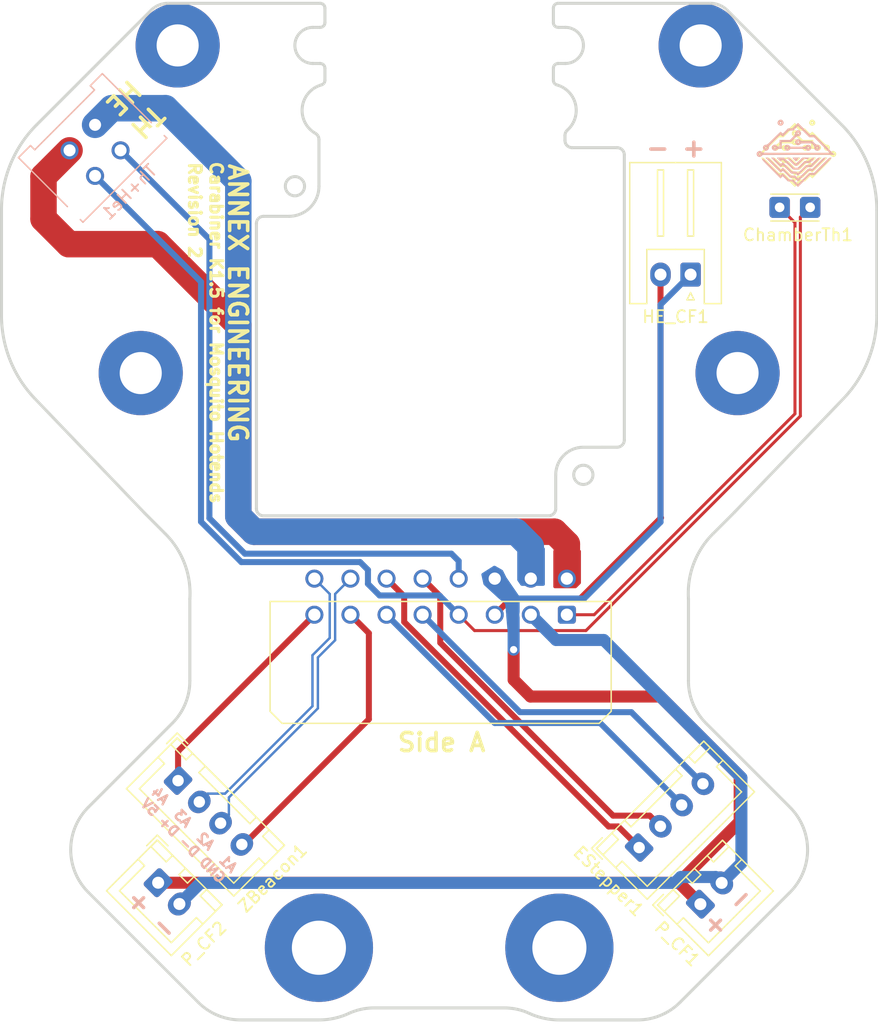
<source format=kicad_pcb>
(kicad_pcb (version 20211014) (generator pcbnew)
  (layers (0 "F.Cu" signal) (31 "B.Cu" signal) (34 "B.Paste" user) (35 "F.Paste" user) (36 "B.SilkS" user "B.Silkscreen") (37 "F.SilkS" user "F.Silkscreen") (38 "B.Mask" user) (39 "F.Mask" user) (44 "Edge.Cuts" user))
  (net 0 "")
  (net 1 "AltVolt")
  (net 2 "HotendFanGnd")
  (net 3 "ThChamber")
  (net 4 "PcFanGnd")
  (net 5 "ThCommonGnd")
  (net 6 "Stepper1A")
  (net 7 "Stepper1B")
  (net 8 "A1")
  (net 9 "A4")
  (net 10 "HotendVoltage")
  (net 11 "HotendNeg")
  (net 12 "ThHotend")
  (net 13 "Stepper2B")
  (net 14 "Stepper2A")
  (net 15 "A2-")
  (net 16 "A2+")
  (footprint "Connector_JST:JST_XH_B2B-XH-A_1x02_P2.50mm_Vertical" (layer "F.Cu") (at 38.735 104.775 -45)
    (fp_text reference "P_CF2" (at 6.286179 0.898026 225) (layer "F.SilkS"))
    (fp_text value "PcFan2")
    (pad "1" thru_hole roundrect (at 0 0 315) (size 1.7 2) (drill 1) (layers *.Cu *.Mask) (roundrect_rratio 0.1470588235) (net 1 "AltVolt"))
    (pad "2" thru_hole oval (at 2.5 0 315) (size 1.7 2) (drill 1) (layers *.Cu *.Mask) (net 4 "PcFanGnd"))
  )
  (footprint "Connector_JST:JST_XH_B4B-XH-A_1x04_P2.50mm_Vertical" (layer "F.Cu") (at 78.74 101.854 45)
    (fp_text reference "EStepper1" (at -3.771708 0.179605 135) (layer "F.SilkS"))
    (fp_text value "E-Stepper")
    (pad "1" thru_hole roundrect (at 0 0 45) (size 1.7 1.95) (drill 0.95) (layers *.Cu *.Mask) (roundrect_rratio 0.1470588235) (net 13 "Stepper2B"))
    (pad "2" thru_hole oval (at 2.5 0 45) (size 1.7 1.95) (drill 0.95) (layers *.Cu *.Mask) (net 14 "Stepper2A"))
    (pad "3" thru_hole oval (at 5 0 45) (size 1.7 1.95) (drill 0.95) (layers *.Cu *.Mask) (net 7 "Stepper1B"))
    (pad "4" thru_hole oval (at 7.5 0 45) (size 1.7 1.95) (drill 0.95) (layers *.Cu *.Mask) (net 6 "Stepper1A"))
  )
  (footprint "Connector_Molex:Molex_Micro-Fit_3.0_43045-1600_2x08_P3.00mm_Horizontal" (layer "F.Cu") (at 72.73 82.5 180)
    (fp_text reference "Carabiner_Input1" hide)
    (fp_text value "MF-Horizontal 43045-1621")
    (pad "" np_thru_hole circle locked (at 2.16 -4.32 180) (size 3 3) (drill 3) (layers *.Cu *.Mask))
    (pad "" np_thru_hole circle locked (at 18.86 -4.32 180) (size 3 3) (drill 3) (layers *.Cu *.Mask))
    (pad "1" thru_hole roundrect locked (at 0 0 180) (size 1.5 1.5) (drill 1.02) (layers *.Cu *.Mask) (roundrect_rratio 0.1666673333) (net 3 "ThChamber"))
    (pad "2" thru_hole circle locked (at 3 0 180) (size 1.5 1.5) (drill 1.02) (layers *.Cu *.Mask) (net 4 "PcFanGnd"))
    (pad "3" thru_hole circle locked (at 6 0 180) (size 1.5 1.5) (drill 1.02) (layers *.Cu *.Mask) (net 2 "HotendFanGnd"))
    (pad "4" thru_hole circle locked (at 9 0 180) (size 1.5 1.5) (drill 1.02) (layers *.Cu *.Mask) (net 5 "ThCommonGnd"))
    (pad "5" thru_hole circle locked (at 12 0 180) (size 1.5 1.5) (drill 1.02) (layers *.Cu *.Mask) (net 6 "Stepper1A"))
    (pad "6" thru_hole circle locked (at 15 0 180) (size 1.5 1.5) (drill 1.02) (layers *.Cu *.Mask) (net 7 "Stepper1B"))
    (pad "7" thru_hole circle locked (at 18 0 180) (size 1.5 1.5) (drill 1.02) (layers *.Cu *.Mask) (net 8 "A1"))
    (pad "8" thru_hole circle locked (at 21 0 180) (size 1.5 1.5) (drill 1.02) (layers *.Cu *.Mask) (net 9 "A4"))
    (pad "9" thru_hole circle locked (at 0 3 180) (size 1.5 1.5) (drill 1.02) (layers *.Cu *.Mask) (net 10 "HotendVoltage"))
    (pad "10" thru_hole circle locked (at 3 3 180) (size 1.5 1.5) (drill 1.02) (layers *.Cu *.Mask) (net 11 "HotendNeg"))
    (pad "11" thru_hole circle locked (at 6 3 180) (size 1.5 1.5) (drill 1.02) (layers *.Cu *.Mask) (net 1 "AltVolt"))
    (pad "12" thru_hole circle locked (at 9 3 180) (size 1.5 1.5) (drill 1.02) (layers *.Cu *.Mask) (net 12 "ThHotend"))
    (pad "13" thru_hole circle locked (at 12 3 180) (size 1.5 1.5) (drill 1.02) (layers *.Cu *.Mask) (net 14 "Stepper2A"))
    (pad "14" thru_hole circle locked (at 15 3 180) (size 1.5 1.5) (drill 1.02) (layers *.Cu *.Mask) (net 13 "Stepper2B"))
    (pad "15" thru_hole circle locked (at 18 3 180) (size 1.5 1.5) (drill 1.02) (layers *.Cu *.Mask) (net 15 "A2-"))
    (pad "16" thru_hole circle locked (at 21 3 180) (size 1.5 1.5) (drill 1.02) (layers *.Cu *.Mask) (net 16 "A2+"))
  )
  (footprint "Annex:0603_to_1206_THT" (layer "F.Cu") (at 91.694 48.641)
    (fp_text reference "ChamberTh1" (at 0.254 2.286) (layer "F.SilkS"))
    (fp_text value "Thermistor")
    (pad "1" thru_hole roundrect locked (at -1.27 0) (size 1.7 1.75) (drill 0.8) (layers *.Cu *.Mask) (roundrect_rratio 0.175) (net 3 "ThChamber"))
    (pad "2" thru_hole roundrect locked (at 1.27 0) (size 1.7 1.75) (drill 0.8) (layers *.Cu *.Mask) (roundrect_rratio 0.175) (net 5 "ThCommonGnd"))
  )
  (footprint "MountingHole:MountingHole_3.5mm_Pad" (layer "F.Cu") (at 37.287074 62.414644)
    (fp_text reference "H5" hide)
    (fp_text value "MountingHole")
    (pad "1" thru_hole circle (at 0 0) (size 7 7) (drill 3.5) (layers *.Cu *.Mask))
  )
  (footprint "MountingHole:MountingHole_4.5mm_Pad" (layer "F.Cu") (at 52.106522 110.180268)
    (fp_text reference "H1" hide)
    (fp_text value "MountingHole")
    (pad "1" thru_hole circle (at 0 0) (size 9 9) (drill 4.5) (layers *.Cu *.Mask))
  )
  (footprint "MountingHole:MountingHole_3.5mm_Pad" (layer "F.Cu") (at 86.92597 62.414644)
    (fp_text reference "H4" hide)
    (fp_text value "MountingHole")
    (pad "1" thru_hole circle (at 0 0) (size 7 7) (drill 3.5) (layers *.Cu *.Mask))
  )
  (footprint "MountingHole:MountingHole_3.5mm_Pad" (layer "F.Cu") (at 83.856522 35.180268)
    (fp_text reference "H3" hide)
    (fp_text value "MountingHole")
    (pad "1" thru_hole circle (at 0 0) (size 7 7) (drill 3.5) (layers *.Cu *.Mask))
  )
  (footprint "MountingHole:MountingHole_3.5mm_Pad" (layer "F.Cu") (at 40.356522 35.180268)
    (fp_text reference "H6" hide)
    (fp_text value "MountingHole")
    (pad "1" thru_hole circle (at 0 0) (size 7 7) (drill 3.5) (layers *.Cu *.Mask))
  )
  (footprint "Connector_JST:JST_XH_B4B-XH-A_1x04_P2.50mm_Vertical" (layer "F.Cu") (at 40.391581 96.291119 -45)
    (fp_text reference "ZBeacon1" (at 11.293415 0.16579 45) (layer "F.SilkS"))
    (fp_text value "Probe")
    (pad "1" thru_hole roundrect (at 0 0 315) (size 1.7 1.95) (drill 0.95) (layers *.Cu *.Mask) (roundrect_rratio 0.1470588235) (net 9 "A4"))
    (pad "2" thru_hole oval (at 2.5 0 315) (size 1.7 1.95) (drill 0.95) (layers *.Cu *.Mask) (net 16 "A2+"))
    (pad "3" thru_hole oval (at 5 0 315) (size 1.7 1.95) (drill 0.95) (layers *.Cu *.Mask) (net 15 "A2-"))
    (pad "4" thru_hole oval (at 7.5 0 315) (size 1.7 1.95) (drill 0.95) (layers *.Cu *.Mask) (net 8 "A1"))
  )
  (footprint "MountingHole:MountingHole_4.5mm_Pad" (layer "F.Cu") (at 72.106522 110.180268)
    (fp_text reference "H2" hide)
    (fp_text value "MountingHole")
    (pad "1" thru_hole circle (at 0 0) (size 9 9) (drill 4.5) (layers *.Cu *.Mask))
  )
  (footprint "Connector_JST:JST_XH_S2B-XH-A_1x02_P2.50mm_Horizontal" (layer "F.Cu") (at 83.018 54.229 180)
    (fp_text reference "HE_CF1" (at 1.25 -3.5) (layer "F.SilkS"))
    (fp_text value "HotendFan")
    (pad "1" thru_hole roundrect (at 0 0 180) (size 1.7 2) (drill 1) (layers *.Cu *.Mask) (roundrect_rratio 0.1470588235) (net 1 "AltVolt"))
    (pad "2" thru_hole oval (at 2.5 0 180) (size 1.7 2) (drill 1) (layers *.Cu *.Mask) (net 2 "HotendFanGnd"))
  )
  (footprint "Connector_JST:JST_XH_B2B-XH-A_1x02_P2.50mm_Vertical" (layer "F.Cu") (at 83.834886 106.557653 45)
    (fp_text reference "P_CF1" (at -3.689141 0.974012 135) (layer "F.SilkS"))
    (fp_text value "PcFan1")
    (pad "1" thru_hole roundrect (at 0 0 45) (size 1.7 2) (drill 1) (layers *.Cu *.Mask) (roundrect_rratio 0.1470588235) (net 1 "AltVolt"))
    (pad "2" thru_hole oval (at 2.5 0 45) (size 1.7 2) (drill 1) (layers *.Cu *.Mask) (net 4 "PcFanGnd"))
  )
  (footprint "ANNEX:AnnexLogoFSilk" (layer "F.Cu") (at 91.948 44.196)
    (fp_text reference "LOGO2" hide)
    (fp_text value "Logo_Open_Hardware_Small" hide)
  )
  (footprint "ANNEX:AnnexLogoFSilk" (layer "B.Cu") (at 91.694 44.196 180)
    (fp_text reference "LOGO1" hide)
    (fp_text value "Logo_Open_Hardware_Small" hide)
  )
  (footprint "Connector_Molex:Molex_Micro-Fit_3.0_43045-0412_2x02_P3.00mm_Vertical" (layer "B.Cu") (at 33.488551 41.781231 -135)
    (fp_text reference "Th+He1" (at 1.949013 -5.956115 45) (layer "B.SilkS") (effects (justify mirror)))
    (fp_text value "HE/PT1000 MF 206832-0401")
    (pad "" np_thru_hole circle (at 6 -3.94 225) (size 1 1) (drill 1) (layers *.Cu *.Mask))
    (pad "" np_thru_hole circle (at -3 -3.94 225) (size 1 1) (drill 1) (layers *.Cu *.Mask))
    (pad "1" thru_hole roundrect (at 0 0 225) (size 1.5 1.5) (drill 1) (layers *.Cu *.Mask) (roundrect_rratio 0.1666673333) (net 11 "HotendNeg"))
    (pad "2" thru_hole circle (at 3 0 225) (size 1.5 1.5) (drill 1) (layers *.Cu *.Mask) (net 10 "HotendVoltage"))
    (pad "3" thru_hole circle (at 0 -3 225) (size 1.5 1.5) (drill 1) (layers *.Cu *.Mask) (net 12 "ThHotend"))
    (pad "4" thru_hole circle (at 3 -3 225) (size 1.5 1.5) (drill 1) (layers *.Cu *.Mask) (net 5 "ThCommonGnd"))
  )
  (gr_arc (start 73.171432 43.680268) (mid 72.747161 43.504536) (end 72.571432 43.080268) (layer "Edge.Cuts") (width 0.25))
  (gr_line (start 39.337684 75.778962) (end 37.634954 74.076232) (layer "Edge.Cuts") (width 0.25))
  (gr_line (start 98.506522 48.843976) (end 98.506522 57.625089) (layer "Edge.Cuts") (width 0.25))
  (gr_arc (start 54.606109 115.634813) (mid 53.385726 116.042318) (end 52.106522 116.180268) (layer "Edge.Cuts") (width 0.25))
  (gr_arc (start 52.206521 36.680268) (mid 52.489523 36.797267) (end 52.606521 37.080268) (layer "Edge.Cuts") (width 0.25))
  (gr_curve (pts (xy 71.980362 69.991432) (xy 71.865127 70.268223) (xy 71.803828 70.570288) (xy 71.803823 70.874344)) (layer "Edge.Cuts") (width 0.25))
  (gr_line (start 82.840501 87.987508) (end 82.840501 81.192672) (layer "Edge.Cuts") (width 0.25))
  (gr_line (start 67.523946 115.180268) (end 56.689098 115.180268) (layer "Edge.Cuts") (width 0.25))
  (gr_arc (start 98.506522 57.625089) (mid 97.784126 61.356831) (end 95.721336 64.549428) (layer "Edge.Cuts") (width 0.25))
  (gr_line (start 52.606521 32.080268) (end 52.606521 33.280268) (layer "Edge.Cuts") (width 0.25))
  (gr_arc (start 84.304967 91.523042) (mid 83.221103 89.900925) (end 82.840501 87.987508) (layer "Edge.Cuts") (width 0.25))
  (gr_line (start 52.106522 116.180268) (end 45.60619 116.180268) (layer "Edge.Cuts") (width 0.25))
  (gr_line (start 72.006522 36.680268) (end 72.606522 36.680268) (layer "Edge.Cuts") (width 0.25))
  (gr_line (start 47.506522 74.280268) (end 71.203823 74.280268) (layer "Edge.Cuts") (width 0.25))
  (gr_arc (start 52.606521 38.076271) (mid 52.525171 38.318058) (end 52.314213 38.461501) (layer "Edge.Cuts") (width 0.25))
  (gr_arc (start 71.89883 38.461502) (mid 71.68787 38.31806) (end 71.606522 38.076271) (layer "Edge.Cuts") (width 0.25))
  (gr_line (start 37.634954 74.076232) (end 28.491708 64.549428) (layer "Edge.Cuts") (width 0.25))
  (gr_curve (pts (xy 72.830395 68.960214) (xy 72.705231 69.043329) (xy 72.586896 69.140616) (xy 72.480431 69.246517)) (layer "Edge.Cuts") (width 0.25))
  (gr_arc (start 28.491708 64.549428) (mid 26.428911 61.356836) (end 25.706522 57.625089) (layer "Edge.Cuts") (width 0.25))
  (gr_line (start 86.070736 32.266054) (end 95.57759 41.772909) (layer "Edge.Cuts") (width 0.25))
  (gr_line (start 25.706522 48.843976) (end 25.706522 57.625089) (layer "Edge.Cuts") (width 0.25))
  (gr_arc (start 51.809317 42.487136) (mid 50.723623 40.306488) (end 52.314213 38.461501) (layer "Edge.Cuts") (width 0.25))
  (gr_line (start 72.106522 116.180268) (end 78.606854 116.180268) (layer "Edge.Cuts") (width 0.25))
  (gr_arc (start 52.606521 33.280268) (mid 52.489522 33.563269) (end 52.206521 33.680268) (layer "Edge.Cuts") (width 0.25))
  (gr_curve (pts (xy 74.108271 68.577483) (xy 73.956412 68.577157) (xy 73.80697 68.591225) (xy 73.66 68.62)) (layer "Edge.Cuts") (width 0.25))
  (gr_arc (start 25.706522 48.843976) (mid 26.467727 45.017142) (end 28.635454 41.772909) (layer "Edge.Cuts") (width 0.25))
  (gr_line (start 46.906522 49.984242) (end 46.906522 73.680268) (layer "Edge.Cuts") (width 0.25))
  (gr_line (start 77.506522 44.280268) (end 77.506522 67.975478) (layer "Edge.Cuts") (width 0.25))
  (gr_circle (center 50.112019 46.883877) (end 50.912019 46.883877) (layer "Edge.Cuts") (width 0.25) (fill none))
  (gr_arc (start 51.606521 36.680268) (mid 50.106522 35.180268) (end 51.606521 33.680268) (layer "Edge.Cuts") (width 0.25))
  (gr_arc (start 71.89883 38.461502) (mid 73.449514 40.08269) (end 72.771808 42.221284) (layer "Edge.Cuts") (width 0.25))
  (gr_line (start 52.606521 37.080268) (end 52.606521 38.076271) (layer "Edge.Cuts") (width 0.25))
  (gr_arc (start 91.284523 98.502598) (mid 92.748987 102.038131) (end 91.284523 105.573666) (layer "Edge.Cuts") (width 0.25))
  (gr_line (start 71.803823 70.874344) (end 71.803823 73.680268) (layer "Edge.Cuts") (width 0.25))
  (gr_arc (start 76.906522 43.680268) (mid 77.330786 43.856004) (end 77.506522 44.280268) (layer "Edge.Cuts") (width 0.25))
  (gr_arc (start 72.571432 42.668834) (mid 72.623825 42.423664) (end 72.771808 42.221284) (layer "Edge.Cuts") (width 0.25))
  (gr_curve (pts (xy 72.193701 69.593341) (xy 72.109328 69.718936) (xy 72.037979 69.853037) (xy 71.980362 69.991432)) (layer "Edge.Cuts") (width 0.25))
  (gr_arc (start 51.809317 42.487136) (mid 52.029475 42.706809) (end 52.11008 43.00719) (layer "Edge.Cuts") (width 0.25))
  (gr_circle (center 74.100025 70.874171) (end 74.900025 70.874171) (layer "Edge.Cuts") (width 0.25) (fill none))
  (gr_arc (start 71.606522 32.080268) (mid 71.723679 31.797425) (end 72.006522 31.680268) (layer "Edge.Cuts") (width 0.25))
  (gr_line (start 76.906952 68.575478) (end 74.108271 68.577483) (layer "Edge.Cuts") (width 0.25))
  (gr_arc (start 71.803823 73.680268) (mid 71.628087 74.104532) (end 71.203823 74.280268) (layer "Edge.Cuts") (width 0.25))
  (gr_line (start 91.284523 98.502598) (end 84.304967 91.523042) (layer "Edge.Cuts") (width 0.25))
  (gr_arc (start 46.906522 49.984242) (mid 47.082258 49.559978) (end 47.506522 49.384242) (layer "Edge.Cuts") (width 0.25))
  (gr_line (start 51.606521 36.680268) (end 52.206521 36.680268) (layer "Edge.Cuts") (width 0.25))
  (gr_arc (start 95.57759 41.772909) (mid 97.745314 45.017143) (end 98.506522 48.843976) (layer "Edge.Cuts") (width 0.25))
  (gr_arc (start 72.106522 116.180268) (mid 70.827317 116.042318) (end 69.606935 115.634813) (layer "Edge.Cuts") (width 0.25))
  (gr_arc (start 82.840501 81.192672) (mid 83.272668 78.265829) (end 84.87536 75.778962) (layer "Edge.Cuts") (width 0.25))
  (gr_arc (start 52.11008 46.884914) (mid 51.385694 48.644562) (end 49.632421 49.384242) (layer "Edge.Cuts") (width 0.25))
  (gr_arc (start 54.606109 115.634813) (mid 55.623094 115.295225) (end 56.689098 115.180268) (layer "Edge.Cuts") (width 0.25))
  (gr_line (start 38.142308 32.266054) (end 28.635454 41.772909) (layer "Edge.Cuts") (width 0.25))
  (gr_line (start 52.206521 33.680268) (end 51.606521 33.680268) (layer "Edge.Cuts") (width 0.25))
  (gr_line (start 32.928521 98.502598) (end 39.908077 91.523042) (layer "Edge.Cuts") (width 0.25))
  (gr_curve (pts (xy 73.227559 68.750079) (xy 73.088052 68.807243) (xy 72.955559 68.877098) (xy 72.830395 68.960214)) (layer "Edge.Cuts") (width 0.25))
  (gr_line (start 82.142388 114.715802) (end 91.284523 105.573666) (layer "Edge.Cuts") (width 0.25))
  (gr_arc (start 82.142388 114.715802) (mid 80.520273 115.799676) (end 78.606854 116.180268) (layer "Edge.Cuts") (width 0.25))
  (gr_line (start 72.571432 42.668834) (end 72.571432 43.080268) (layer "Edge.Cuts") (width 0.25))
  (gr_line (start 72.606522 33.680268) (end 72.006522 33.680268) (layer "Edge.Cuts") (width 0.25))
  (gr_arc (start 38.142308 32.266054) (mid 38.791155 31.832509) (end 39.556522 31.680268) (layer "Edge.Cuts") (width 0.25))
  (gr_line (start 72.006522 31.680268) (end 84.656522 31.680268) (layer "Edge.Cuts") (width 0.25))
  (gr_line (start 86.656522 73.99451) (end 95.721336 64.549428) (layer "Edge.Cuts") (width 0.25))
  (gr_line (start 84.87536 75.778962) (end 86.656522 73.9978) (layer "Edge.Cuts") (width 0.25))
  (gr_arc (start 41.372543 87.987508) (mid 40.991941 89.900925) (end 39.908077 91.523042) (layer "Edge.Cuts") (width 0.25))
  (gr_line (start 52.11008 46.884914) (end 52.11008 43.00719) (layer "Edge.Cuts") (width 0.25))
  (gr_curve (pts (xy 72.480431 69.246517) (xy 72.373966 69.352418) (xy 72.278075 69.467746) (xy 72.193701 69.593341)) (layer "Edge.Cuts") (width 0.25))
  (gr_line (start 47.506522 49.384242) (end 49.632421 49.384242) (layer "Edge.Cuts") (width 0.25))
  (gr_arc (start 45.60619 116.180268) (mid 43.692773 115.799666) (end 42.070656 114.715802) (layer "Edge.Cuts") (width 0.25))
  (gr_arc (start 71.606522 37.080268) (mid 71.723533 36.797279) (end 72.006522 36.680268) (layer "Edge.Cuts") (width 0.25))
  (gr_line (start 71.606522 38.076271) (end 71.606522 37.080268) (layer "Edge.Cuts") (width 0.25))
  (gr_arc (start 47.506522 74.280268) (mid 47.082258 74.104532) (end 46.906522 73.680268) (layer "Edge.Cuts") (width 0.25))
  (gr_arc (start 84.656522 31.680268) (mid 85.421889 31.832509) (end 86.070736 32.266054) (layer "Edge.Cuts") (width 0.25))
  (gr_line (start 52.206521 31.680268) (end 39.556522 31.680268) (layer "Edge.Cuts") (width 0.25))
  (gr_arc (start 67.523946 115.180268) (mid 68.589948 115.295231) (end 69.606935 115.634813) (layer "Edge.Cuts") (width 0.25))
  (gr_curve (pts (xy 73.66 68.62) (xy 73.51303 68.648775) (xy 73.367066 68.692916) (xy 73.227559 68.750079)) (layer "Edge.Cuts") (width 0.25))
  (gr_arc (start 52.206521 31.680268) (mid 52.489364 31.797425) (end 52.606521 32.080268) (layer "Edge.Cuts") (width 0.25))
  (gr_line (start 71.606522 33.280268) (end 71.606522 32.080268) (layer "Edge.Cuts") (width 0.25))
  (gr_arc (start 39.337684 75.778962) (mid 40.940361 78.265839) (end 41.372543 81.192672) (layer "Edge.Cuts") (width 0.25))
  (gr_line (start 73.171432 43.680268) (end 76.906522 43.680268) (layer "Edge.Cuts") (width 0.25))
  (gr_line (start 86.656522 73.99451) (end 86.656522 73.9978) (layer "Edge.Cuts") (width 0.25))
  (gr_line (start 42.070656 114.715802) (end 32.928521 105.573666) (layer "Edge.Cuts") (width 0.25))
  (gr_arc (start 32.928521 105.573666) (mid 31.464055 102.038132) (end 32.928521 98.502598) (layer "Edge.Cuts") (width 0.25))
  (gr_arc (start 72.006522 33.680268) (mid 71.723533 33.563257) (end 71.606522 33.280268) (layer "Edge.Cuts") (width 0.25))
  (gr_arc (start 77.506522 67.975478) (mid 77.330935 68.399584) (end 76.906952 68.575478) (layer "Edge.Cuts") (width 0.25))
  (gr_arc (start 72.606522 33.680268) (mid 74.106522 35.180268) (end 72.606522 36.680268) (layer "Edge.Cuts") (width 0.25))
  (gr_line (start 41.372543 87.987508) (end 41.372543 81.192672) (layer "Edge.Cuts") (width 0.25))
  (gr_text "+ -" (at 86.233 107.315 225) (layer "B.SilkS") (effects (font (size 1.5 1.5) (thickness 0.3)) (justify mirror)))
  (gr_text "+ -" (at 38.1 107.569 135) (layer "B.SilkS") (effects (font (size 1.5 1.5) (thickness 0.3)) (justify mirror)))
  (gr_text "+ -" (at 81.788 43.688) (layer "B.SilkS") (effects (font (size 1.5 1.5) (thickness 0.3)) (justify mirror)))
  (gr_text "A1  A2  A3  A4\nGND D- D+ 5V" (at 41.275 100.838 315) (layer "B.SilkS") (effects (font (size 0.8 0.8) (thickness 0.2)) (justify mirror)))
  (gr_text "HE" (at 35.941 39.624 45) (layer "F.SilkS") (effects (font (size 1.5 1.5) (thickness 0.3)) (justify mirror)))
  (gr_text "ANNEX ENGINEERING" (at 45.36 56.598 -90) (layer "F.SilkS") (effects (font (size 1.5 1.5) (thickness 0.3))))
  (gr_text "Revision 2" (at 41.783 48.895 -90) (layer "F.SilkS") (effects (font (size 1 1) (thickness 0.25))))
  (gr_text "Carabiner K1.5 for Mosquito Hotends" (at 43.561 59.055 -90) (layer "F.SilkS") (effects (font (size 1 1) (thickness 0.25))))
  (gr_text "Side A" (at 62.31 93.11) (layer "F.SilkS") (effects (font (size 1.5 1.5) (thickness 0.3))))
  (gr_text "TH" (at 37.846 41.529 225) (layer "F.SilkS") (effects (font (size 1.5 1.5) (thickness 0.3))))
  (segment (start 87.1 95.9) (end 87.1 99.7) (width 1) (layer "F.Cu") (net 1))
  (segment (start 69.7 89.3) (end 80.5 89.3) (width 1) (layer "F.Cu") (net 1))
  (segment (start 82.052233 104.747767) (end 87.1 99.7) (width 1) (layer "F.Cu") (net 1))
  (segment (start 68.3 85.4) (end 68.3 87.9) (width 1) (layer "F.Cu") (net 1))
  (segment (start 68.3 87.9) (end 69.7 89.3) (width 1) (layer "F.Cu") (net 1))
  (segment (start 82.052233 104.775) (end 38.735 104.775) (width 1) (layer "F.Cu") (net 1))
  (segment (start 83.834886 106.557653) (end 82.052233 104.775) (width 1) (layer "F.Cu") (net 1))
  (segment (start 80.5 89.3) (end 87.1 95.9) (width 1) (layer "F.Cu") (net 1))
  (segment (start 82.052233 104.775) (end 82.052233 104.747767) (width 1) (layer "F.Cu") (net 1))
  (via (at 68.3 85.4) (size 1) (drill 0.6) (layers "F.Cu" "B.Cu") (net 1))
  (segment (start 80.518 74.803) (end 80.518 56.729) (width 0.5) (layer "B.Cu") (net 1))
  (segment (start 80.518 56.729) (end 83.018 54.229) (width 0.5) (layer "B.Cu") (net 1))
  (segment (start 68.383 81.153) (end 74.168 81.153) (width 0.5) (layer "B.Cu") (net 1))
  (segment (start 66.73 79.5) (end 68.383 81.153) (width 0.5) (layer "B.Cu") (net 1))
  (segment (start 74.168 81.153) (end 80.518 74.803) (width 0.5) (layer "B.Cu") (net 1))
  (segment (start 68.3 85.4) (end 68.3 83.8) (width 1) (layer "B.Cu") (net 1))
  (segment (start 80.558 74.442) (end 80.518 74.402) (width 0.5) (layer "F.Cu") (net 2))
  (segment (start 73.8 81.2) (end 80.558 74.442) (width 0.5) (layer "F.Cu") (net 2))
  (segment (start 68.03 81.2) (end 73.8 81.2) (width 0.5) (layer "F.Cu") (net 2))
  (segment (start 66.73 82.5) (end 68.03 81.2) (width 0.5) (layer "F.Cu") (net 2))
  (segment (start 80.518 74.402) (end 80.518 54.229) (width 0.5) (layer "F.Cu") (net 2))
  (segment (start 75 82.5) (end 91.7 65.8) (width 0.25) (layer "F.Cu") (net 3))
  (segment (start 91.7 65.8) (end 91.7 49.917) (width 0.25) (layer "F.Cu") (net 3))
  (segment (start 72.73 82.5) (end 75 82.5) (width 0.25) (layer "F.Cu") (net 3))
  (segment (start 91.7 49.917) (end 90.424 48.641) (width 0.25) (layer "F.Cu") (net 3))
  (segment (start 82.2 104.3) (end 85.112767 104.3) (width 1) (layer "B.Cu") (net 4))
  (segment (start 87.246269 96.046269) (end 75.8 84.6) (width 1) (layer "B.Cu") (net 4))
  (segment (start 81.710114 104.789886) (end 82.2 104.3) (width 1) (layer "B.Cu") (net 4))
  (segment (start 42.255648 104.789886) (end 40.502767 106.542767) (width 1) (layer "B.Cu") (net 4))
  (segment (start 87.246269 103.146269) (end 87.246269 96.046269) (width 1) (layer "B.Cu") (net 4))
  (segment (start 85.602653 104.789886) (end 87.246269 103.146269) (width 1) (layer "B.Cu") (net 4))
  (segment (start 42.255648 104.789886) (end 81.710114 104.789886) (width 1) (layer "B.Cu") (net 4))
  (segment (start 85.112767 104.3) (end 85.602653 104.789886) (width 1) (layer "B.Cu") (net 4))
  (segment (start 75.8 84.6) (end 71.83 84.6) (width 1) (layer "B.Cu") (net 4))
  (segment (start 71.83 84.6) (end 69.73 82.5) (width 1) (layer "B.Cu") (net 4))
  (segment (start 92.15 49.455) (end 92.964 48.641) (width 0.25) (layer "F.Cu") (net 5))
  (segment (start 65.048198 83.818198) (end 74.318198 83.818198) (width 0.25) (layer "F.Cu") (net 5))
  (segment (start 74.318198 83.818198) (end 92.15 65.986396) (width 0.25) (layer "F.Cu") (net 5))
  (segment (start 92.15 65.986396) (end 92.15 49.455) (width 0.25) (layer "F.Cu") (net 5))
  (segment (start 63.73 82.5) (end 65.048198 83.818198) (width 0.25) (layer "F.Cu") (net 5))
  (segment (start 57.150101 80.9) (end 62.13 80.9) (width 0.5) (layer "B.Cu") (net 5))
  (segment (start 56.1848 78.774901) (end 56.1848 79.934699) (width 0.5) (layer "B.Cu") (net 5))
  (segment (start 42.3 74.77089) (end 45.65411 78.125) (width 0.5) (layer "B.Cu") (net 5))
  (segment (start 33.488551 46.023872) (end 42.3 54.835321) (width 0.5) (layer "B.Cu") (net 5))
  (segment (start 62.13 80.9) (end 63.73 82.5) (width 0.5) (layer "B.Cu") (net 5))
  (segment (start 56.1848 79.934699) (end 57.150101 80.9) (width 0.5) (layer "B.Cu") (net 5))
  (segment (start 42.3 54.835321) (end 42.3 74.77089) (width 0.5) (layer "B.Cu") (net 5))
  (segment (start 45.65411 78.125) (end 55.534899 78.125) (width 0.5) (layer "B.Cu") (net 5))
  (segment (start 55.534899 78.125) (end 56.1848 78.774901) (width 0.5) (layer "B.Cu") (net 5))
  (segment (start 60.73 82.5) (end 68.83 90.6) (width 0.5) (layer "B.Cu") (net 6))
  (segment (start 78.092602 90.6) (end 84.043301 96.550699) (width 0.5) (layer "B.Cu") (net 6))
  (segment (start 68.83 90.6) (end 78.092602 90.6) (width 0.5) (layer "B.Cu") (net 6))
  (segment (start 75.498 91.5) (end 82.275534 98.277534) (width 0.5) (layer "B.Cu") (net 7))
  (segment (start 66.73 91.5) (end 75.498 91.5) (width 0.5) (layer "B.Cu") (net 7))
  (segment (start 57.73 82.5) (end 66.73 91.5) (width 0.5) (layer "B.Cu") (net 7))
  (segment (start 82.275534 98.277534) (end 82.275534 98.318466) (width 0.5) (layer "B.Cu") (net 7))
  (segment (start 54.73 82.5) (end 56.261 84.031) (width 0.5) (layer "F.Cu") (net 8))
  (segment (start 45.85258 101.59442) (end 45.694882 101.59442) (width 0.25) (layer "F.Cu") (net 8))
  (segment (start 56.261 91.186) (end 45.85258 101.59442) (width 0.5) (layer "F.Cu") (net 8))
  (segment (start 56.261 84.031) (end 56.261 91.186) (width 0.5) (layer "F.Cu") (net 8))
  (segment (start 54.73 82.5) (end 54.73 82.88924) (width 0.25) (layer "B.Cu") (net 8))
  (segment (start 40.391581 93.847419) (end 51.73 82.509) (width 0.5) (layer "F.Cu") (net 9))
  (segment (start 51.73 82.509) (end 51.73 82.5) (width 0.5) (layer "F.Cu") (net 9))
  (segment (start 40.391581 96.291119) (end 40.391581 93.847419) (width 0.5) (layer "F.Cu") (net 9))
  (segment (start 45.4 74.3) (end 46.7 75.6) (width 2.2) (layer "F.Cu") (net 10))
  (segment (start 38.7 51.7) (end 45.4 58.4) (width 2.2) (layer "F.Cu") (net 10))
  (segment (start 31.3 51.7) (end 38.7 51.7) (width 2.2) (layer "F.Cu") (net 10))
  (segment (start 72.73 76.63) (end 72.73 78.83) (width 2.2) (layer "F.Cu") (net 10))
  (segment (start 46.7 75.6) (end 71.7 75.6) (width 2.2) (layer "F.Cu") (net 10))
  (segment (start 29.2 46.069782) (end 29.2 49.6) (width 2.2) (layer "F.Cu") (net 10))
  (segment (start 29.2 49.6) (end 31.3 51.7) (width 2.2) (layer "F.Cu") (net 10))
  (segment (start 31.367231 43.902551) (end 29.2 46.069782) (width 2.2) (layer "F.Cu") (net 10))
  (segment (start 45.4 58.4) (end 45.4 74.3) (width 2.2) (layer "F.Cu") (net 10))
  (segment (start 71.7 75.6) (end 72.73 76.63) (width 2.2) (layer "F.Cu") (net 10))
  (segment (start 45.4 74.3) (end 45.4 46.454127) (width 2.2) (layer "B.Cu") (net 11))
  (segment (start 68.5 75.6) (end 46.7 75.6) (width 2.2) (layer "B.Cu") (net 11))
  (segment (start 45.4 46.454127) (end 39.345873 40.4) (width 2.2) (layer "B.Cu") (net 11))
  (segment (start 39.345873 40.4) (end 34.869782 40.4) (width 2.2) (layer "B.Cu") (net 11))
  (segment (start 46.7 75.6) (end 45.4 74.3) (width 2.2) (layer "B.Cu") (net 11))
  (segment (start 69.73 78.83) (end 69.73 76.83) (width 2.2) (layer "B.Cu") (net 11))
  (segment (start 34.869782 40.4) (end 33.488551 41.781231) (width 2.2) (layer "B.Cu") (net 11))
  (segment (start 69.73 76.83) (end 68.5 75.6) (width 2.2) (layer "B.Cu") (net 11))
  (segment (start 63.73 78.03) (end 63.125 77.425) (width 0.5) (layer "B.Cu") (net 12))
  (segment (start 43 74.48094) (end 43 51.29268) (width 0.5) (layer "B.Cu") (net 12))
  (segment (start 45.94406 77.425) (end 43 74.48094) (width 0.5) (layer "B.Cu") (net 12))
  (segment (start 63.125 77.425) (end 45.94406 77.425) (width 0.5) (layer "B.Cu") (net 12))
  (segment (start 63.73 79.5) (end 63.73 78.03) (width 0.5) (layer "B.Cu") (net 12))
  (segment (start 43 51.29268) (end 35.609871 43.902551) (width 0.5) (layer "B.Cu") (net 12))
  (segment (start 78.74 101.854) (end 78.74 101.84) (width 0.5) (layer "F.Cu") (net 13))
  (segment (start 78.74 101.84) (end 77 100.1) (width 0.5) (layer "F.Cu") (net 13))
  (segment (start 59.2 80.97) (end 57.73 79.5) (width 0.5) (layer "F.Cu") (net 13))
  (segment (start 76.2 100.1) (end 59.2 83.1) (width 0.5) (layer "F.Cu") (net 13))
  (segment (start 77 100.1) (end 76.2 100.1) (width 0.5) (layer "F.Cu") (net 13))
  (segment (start 59.2 83.1) (end 59.2 80.97) (width 0.5) (layer "F.Cu") (net 13))
  (segment (start 62.2 84.827208) (end 76.572792 99.2) (width 0.5) (layer "F.Cu") (net 14))
  (segment (start 76.572792 99.2) (end 79.621534 99.2) (width 0.5) (layer "F.Cu") (net 14))
  (segment (start 62.2 80.97) (end 62.2 84.827208) (width 0.5) (layer "F.Cu") (net 14))
  (segment (start 79.621534 99.2) (end 80.507767 100.086233) (width 0.5) (layer "F.Cu") (net 14))
  (segment (start 60.73 79.5) (end 62.2 80.97) (width 0.5) (layer "F.Cu") (net 14))
  (segment (start 52.019999 90.284199) (end 44.616544 97.687654) (width 0.2) (layer "B.Cu") (net 15))
  (segment (start 44.616544 97.687654) (end 44.616544 99.137224) (width 0.2) (layer "B.Cu") (net 15))
  (segment (start 53.455001 84.618702) (end 52.019999 86.053704) (width 0.2) (layer "B.Cu") (net 15))
  (segment (start 53.455001 80.774999) (end 53.455001 84.618702) (width 0.2) (layer "B.Cu") (net 15))
  (segment (start 44.616544 99.137224) (end 43.927115 99.826653) (width 0.2) (layer "B.Cu") (net 15))
  (segment (start 52.019999 86.053704) (end 52.019999 90.284199) (width 0.2) (layer "B.Cu") (net 15))
  (segment (start 54.73 79.5) (end 53.455001 80.774999) (width 0.2) (layer "B.Cu") (net 15))
  (segment (start 53.004999 80.774999) (end 53.004999 84.432335) (width 0.2) (layer "B.Cu") (net 16))
  (segment (start 42.848777 97.369457) (end 42.159348 98.058886) (width 0.2) (layer "B.Cu") (net 16))
  (segment (start 51.570018 85.867316) (end 51.570018 90.097786) (width 0.2) (layer "B.Cu") (net 16))
  (segment (start 53.004999 84.432335) (end 51.570018 85.867316) (width 0.2) (layer "B.Cu") (net 16))
  (segment (start 51.570018 90.097786) (end 44.298347 97.369457) (width 0.2) (layer "B.Cu") (net 16))
  (segment (start 44.298347 97.369457) (end 42.848777 97.369457) (width 0.2) (layer "B.Cu") (net 16))
  (segment (start 51.73 79.5) (end 53.004999 80.774999) (width 0.2) (layer "B.Cu") (net 16))
  (zone (net 10) (net_name "HotendVoltage") (layer "F.Cu") (connect_pads yes (clearance 0.508)) (min_thickness 0.254) (fill yes (thermal_gap 0.508) (thermal_bridge_width 1.016))
    (polygon (pts (xy 73.9 80.3) (xy 71.6 80.3) (xy 71.6 77.1) (xy 73.9 77.1)))
  )
  (zone (net 1) (net_name "AltVolt") (layer "B.Cu") (priority 1) (connect_pads yes (clearance 0.2)) (min_thickness 0.254) (fill yes (thermal_gap 0.508) (thermal_bridge_width 1.016))
    (polygon (pts (xy 67.4 78.8) (xy 67.7 79.4) (xy 68.8 81) (xy 68.8 84) (xy 68.6 84.5) (xy 67.800189 83.895661) (xy 67.6 81.6) (xy 67 81.1) (xy 65.8 80) (xy 65.6 79.1) (xy 66.7 78.4)))
  )
  (zone (net 11) (net_name "HotendNeg") (layer "B.Cu") (connect_pads yes (clearance 0.6)) (min_thickness 0.254) (fill yes (thermal_gap 0.508) (thermal_bridge_width 1.016))
    (polygon (pts (xy 70.9 80.1) (xy 68.6 80.1) (xy 68.6 76.9) (xy 70.9 76.9)))
  )
)
</source>
